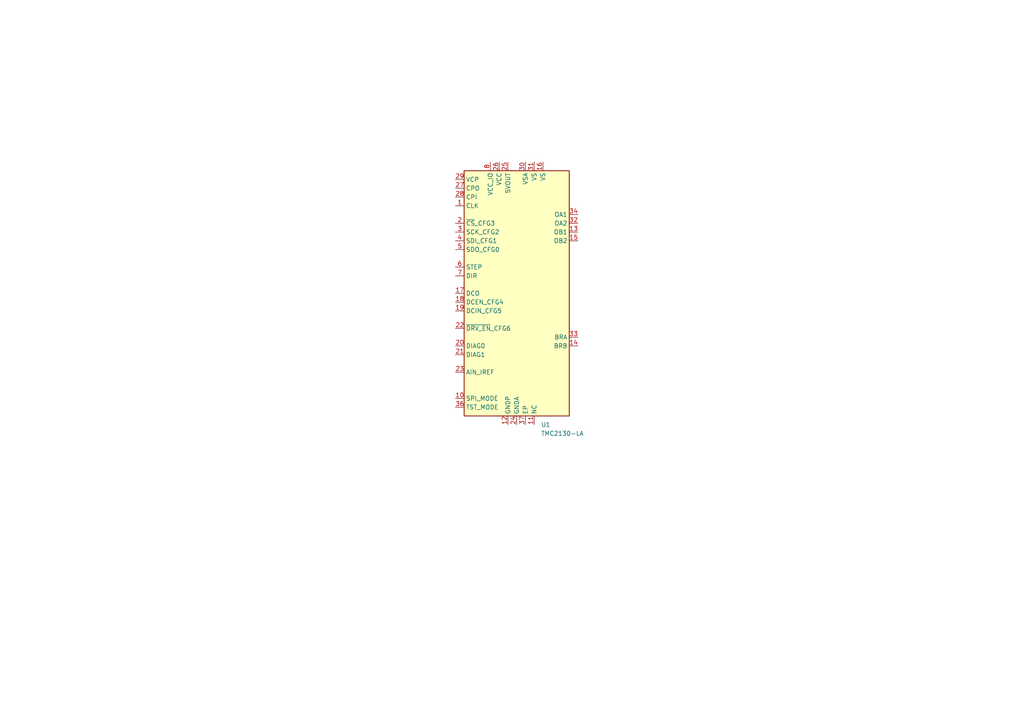
<source format=kicad_sch>
(kicad_sch (version 20230121) (generator eeschema)
  (paper "A4")
  (lib_symbols
    (symbol "Driver_Motor:TMC2130-LA"
      (property "Reference" "U" (at -11.43 38.1 0))
      (property "Value" "TMC2130-LA" (at 17.78 38.1 0))
      (symbol "TMC2130-LA_0_1"
        (rectangle (start -15.24 35.56) (end 15.24 -35.56) (stroke (width 0.254)) (fill (type background)))
      )
      (symbol "TMC2130-LA_1_1"
        (pin input line (at -17.78 25.4 0) (length 2.54) (name "CLK") (number "1"))
        (pin input line (at -17.78 -30.48 0) (length 2.54) (name "SPI_MODE") (number "10"))
        (pin passive line (at 5.08 -38.1 90) (length 2.54) (name "NC") (number "11"))
        (pin power_in line (at -2.54 -38.1 90) (length 2.54) (name "GNDP") (number "12"))
        (pin output line (at 17.78 17.78 180) (length 2.54) (name "OB1") (number "13"))
        (pin passive line (at 17.78 -15.24 180) (length 2.54) (name "BRB") (number "14"))
        (pin output line (at 17.78 15.24 180) (length 2.54) (name "OB2") (number "15"))
        (pin power_in line (at 7.62 38.1 270) (length 2.54) (name "VS") (number "16"))
        (pin output line (at -17.78 0 0) (length 2.54) (name "DCO") (number "17"))
        (pin input line (at -17.78 -2.54 0) (length 2.54) (name "DCEN_CFG4") (number "18"))
        (pin input line (at -17.78 -5.08 0) (length 2.54) (name "DCIN_CFG5") (number "19"))
        (pin input line (at -17.78 20.32 0) (length 2.54) (name "~{CS}_CFG3") (number "2"))
        (pin output line (at -17.78 -15.24 0) (length 2.54) (name "DIAG0") (number "20"))
        (pin output line (at -17.78 -17.78 0) (length 2.54) (name "DIAG1") (number "21"))
        (pin input line (at -17.78 -10.16 0) (length 2.54) (name "~{DRV_EN}_CFG6") (number "22"))
        (pin input line (at -17.78 -22.86 0) (length 2.54) (name "AIN_IREF") (number "23"))
        (pin power_in line (at 0 -38.1 90) (length 2.54) (name "GNDA") (number "24"))
        (pin power_out line (at -2.54 38.1 270) (length 2.54) (name "5VOUT") (number "25"))
        (pin power_in line (at -5.08 38.1 270) (length 2.54) (name "VCC") (number "26"))
        (pin passive line (at -17.78 30.48 0) (length 2.54) (name "CPO") (number "27"))
        (pin passive line (at -17.78 27.94 0) (length 2.54) (name "CPI") (number "28"))
        (pin passive line (at -17.78 33.02 0) (length 2.54) (name "VCP") (number "29"))
        (pin input line (at -17.78 17.78 0) (length 2.54) (name "SCK_CFG2") (number "3"))
        (pin power_in line (at 2.54 38.1 270) (length 2.54) (name "VSA") (number "30"))
        (pin power_in line (at 5.08 38.1 270) (length 2.54) (name "VS") (number "31"))
        (pin output line (at 17.78 20.32 180) (length 2.54) (name "OA2") (number "32"))
        (pin passive line (at 17.78 -12.7 180) (length 2.54) (name "BRA") (number "33"))
        (pin output line (at 17.78 22.86 180) (length 2.54) (name "OA1") (number "34"))
        (pin passive line (at -2.54 -38.1 90) (length 2.54) hide (name "GNDP") (number "35"))
        (pin input line (at -17.78 -33.02 0) (length 2.54) (name "TST_MODE") (number "36"))
        (pin power_in line (at 2.54 -38.1 90) (length 2.54) (name "EP") (number "37"))
        (pin input line (at -17.78 15.24 0) (length 2.54) (name "SDI_CFG1") (number "4"))
        (pin bidirectional line (at -17.78 12.7 0) (length 2.54) (name "SDO_CFG0") (number "5"))
        (pin input line (at -17.78 7.62 0) (length 2.54) (name "STEP") (number "6"))
        (pin input line (at -17.78 5.08 0) (length 2.54) (name "DIR") (number "7"))
        (pin power_in line (at -7.62 38.1 270) (length 2.54) (name "VCC_IO") (number "8"))
        (pin no_connect line (at 15.24 33.02 180) (length 2.54) hide (name "DNC") (number "9"))
      )
    )
  )
  (symbol (lib_id "Driver_Motor:TMC2130-LA") (at 149.86 85.09 0) (unit 1)
    (property "Reference" "U1" (at 156.8959 123.19 0) (effects (justify left)))
    (property "Value" "TMC2130-LA" (at 156.8959 125.73 0) (effects (justify left)))
    (property "Footprint" "Package_DFN_QFN:QFN-36-1EP_5x6mm_P0.5mm_EP3.6x4.1mm" (effects hide))
    (property "Datasheet" "http://www.trinamic.com/fileadmin/assets/Products/ICs_Documents/TMC2130_datasheet.pdf" (effects hide))
  )
)
</source>
